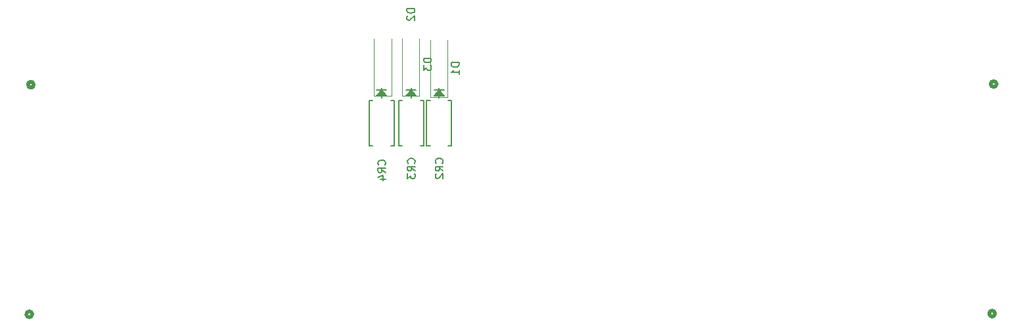
<source format=gbr>
%TF.GenerationSoftware,KiCad,Pcbnew,9.0.5*%
%TF.CreationDate,2025-10-30T21:43:39-07:00*%
%TF.ProjectId,Flyback_CCM_Converter,466c7962-6163-46b5-9f43-434d5f436f6e,rev?*%
%TF.SameCoordinates,Original*%
%TF.FileFunction,Legend,Bot*%
%TF.FilePolarity,Positive*%
%FSLAX46Y46*%
G04 Gerber Fmt 4.6, Leading zero omitted, Abs format (unit mm)*
G04 Created by KiCad (PCBNEW 9.0.5) date 2025-10-30 21:43:39*
%MOMM*%
%LPD*%
G01*
G04 APERTURE LIST*
%ADD10C,0.150000*%
%ADD11C,0.508000*%
%ADD12C,0.152400*%
%ADD13C,0.120000*%
G04 APERTURE END LIST*
D10*
X154419580Y-112006733D02*
X154467200Y-111959114D01*
X154467200Y-111959114D02*
X154514819Y-111816257D01*
X154514819Y-111816257D02*
X154514819Y-111721019D01*
X154514819Y-111721019D02*
X154467200Y-111578162D01*
X154467200Y-111578162D02*
X154371961Y-111482924D01*
X154371961Y-111482924D02*
X154276723Y-111435305D01*
X154276723Y-111435305D02*
X154086247Y-111387686D01*
X154086247Y-111387686D02*
X153943390Y-111387686D01*
X153943390Y-111387686D02*
X153752914Y-111435305D01*
X153752914Y-111435305D02*
X153657676Y-111482924D01*
X153657676Y-111482924D02*
X153562438Y-111578162D01*
X153562438Y-111578162D02*
X153514819Y-111721019D01*
X153514819Y-111721019D02*
X153514819Y-111816257D01*
X153514819Y-111816257D02*
X153562438Y-111959114D01*
X153562438Y-111959114D02*
X153610057Y-112006733D01*
X154514819Y-113006733D02*
X154038628Y-112673400D01*
X154514819Y-112435305D02*
X153514819Y-112435305D01*
X153514819Y-112435305D02*
X153514819Y-112816257D01*
X153514819Y-112816257D02*
X153562438Y-112911495D01*
X153562438Y-112911495D02*
X153610057Y-112959114D01*
X153610057Y-112959114D02*
X153705295Y-113006733D01*
X153705295Y-113006733D02*
X153848152Y-113006733D01*
X153848152Y-113006733D02*
X153943390Y-112959114D01*
X153943390Y-112959114D02*
X153991009Y-112911495D01*
X153991009Y-112911495D02*
X154038628Y-112816257D01*
X154038628Y-112816257D02*
X154038628Y-112435305D01*
X153514819Y-113340067D02*
X153514819Y-113959114D01*
X153514819Y-113959114D02*
X153895771Y-113625781D01*
X153895771Y-113625781D02*
X153895771Y-113768638D01*
X153895771Y-113768638D02*
X153943390Y-113863876D01*
X153943390Y-113863876D02*
X153991009Y-113911495D01*
X153991009Y-113911495D02*
X154086247Y-113959114D01*
X154086247Y-113959114D02*
X154324342Y-113959114D01*
X154324342Y-113959114D02*
X154419580Y-113911495D01*
X154419580Y-113911495D02*
X154467200Y-113863876D01*
X154467200Y-113863876D02*
X154514819Y-113768638D01*
X154514819Y-113768638D02*
X154514819Y-113482924D01*
X154514819Y-113482924D02*
X154467200Y-113387686D01*
X154467200Y-113387686D02*
X154419580Y-113340067D01*
X156594819Y-98465505D02*
X155594819Y-98465505D01*
X155594819Y-98465505D02*
X155594819Y-98703600D01*
X155594819Y-98703600D02*
X155642438Y-98846457D01*
X155642438Y-98846457D02*
X155737676Y-98941695D01*
X155737676Y-98941695D02*
X155832914Y-98989314D01*
X155832914Y-98989314D02*
X156023390Y-99036933D01*
X156023390Y-99036933D02*
X156166247Y-99036933D01*
X156166247Y-99036933D02*
X156356723Y-98989314D01*
X156356723Y-98989314D02*
X156451961Y-98941695D01*
X156451961Y-98941695D02*
X156547200Y-98846457D01*
X156547200Y-98846457D02*
X156594819Y-98703600D01*
X156594819Y-98703600D02*
X156594819Y-98465505D01*
X155594819Y-99370267D02*
X155594819Y-99989314D01*
X155594819Y-99989314D02*
X155975771Y-99655981D01*
X155975771Y-99655981D02*
X155975771Y-99798838D01*
X155975771Y-99798838D02*
X156023390Y-99894076D01*
X156023390Y-99894076D02*
X156071009Y-99941695D01*
X156071009Y-99941695D02*
X156166247Y-99989314D01*
X156166247Y-99989314D02*
X156404342Y-99989314D01*
X156404342Y-99989314D02*
X156499580Y-99941695D01*
X156499580Y-99941695D02*
X156547200Y-99894076D01*
X156547200Y-99894076D02*
X156594819Y-99798838D01*
X156594819Y-99798838D02*
X156594819Y-99513124D01*
X156594819Y-99513124D02*
X156547200Y-99417886D01*
X156547200Y-99417886D02*
X156499580Y-99370267D01*
X154454819Y-92061905D02*
X153454819Y-92061905D01*
X153454819Y-92061905D02*
X153454819Y-92300000D01*
X153454819Y-92300000D02*
X153502438Y-92442857D01*
X153502438Y-92442857D02*
X153597676Y-92538095D01*
X153597676Y-92538095D02*
X153692914Y-92585714D01*
X153692914Y-92585714D02*
X153883390Y-92633333D01*
X153883390Y-92633333D02*
X154026247Y-92633333D01*
X154026247Y-92633333D02*
X154216723Y-92585714D01*
X154216723Y-92585714D02*
X154311961Y-92538095D01*
X154311961Y-92538095D02*
X154407200Y-92442857D01*
X154407200Y-92442857D02*
X154454819Y-92300000D01*
X154454819Y-92300000D02*
X154454819Y-92061905D01*
X153550057Y-93014286D02*
X153502438Y-93061905D01*
X153502438Y-93061905D02*
X153454819Y-93157143D01*
X153454819Y-93157143D02*
X153454819Y-93395238D01*
X153454819Y-93395238D02*
X153502438Y-93490476D01*
X153502438Y-93490476D02*
X153550057Y-93538095D01*
X153550057Y-93538095D02*
X153645295Y-93585714D01*
X153645295Y-93585714D02*
X153740533Y-93585714D01*
X153740533Y-93585714D02*
X153883390Y-93538095D01*
X153883390Y-93538095D02*
X154454819Y-92966667D01*
X154454819Y-92966667D02*
X154454819Y-93585714D01*
X160157319Y-99031905D02*
X159157319Y-99031905D01*
X159157319Y-99031905D02*
X159157319Y-99270000D01*
X159157319Y-99270000D02*
X159204938Y-99412857D01*
X159204938Y-99412857D02*
X159300176Y-99508095D01*
X159300176Y-99508095D02*
X159395414Y-99555714D01*
X159395414Y-99555714D02*
X159585890Y-99603333D01*
X159585890Y-99603333D02*
X159728747Y-99603333D01*
X159728747Y-99603333D02*
X159919223Y-99555714D01*
X159919223Y-99555714D02*
X160014461Y-99508095D01*
X160014461Y-99508095D02*
X160109700Y-99412857D01*
X160109700Y-99412857D02*
X160157319Y-99270000D01*
X160157319Y-99270000D02*
X160157319Y-99031905D01*
X160157319Y-100555714D02*
X160157319Y-99984286D01*
X160157319Y-100270000D02*
X159157319Y-100270000D01*
X159157319Y-100270000D02*
X159300176Y-100174762D01*
X159300176Y-100174762D02*
X159395414Y-100079524D01*
X159395414Y-100079524D02*
X159443033Y-99984286D01*
X158019580Y-112006733D02*
X158067200Y-111959114D01*
X158067200Y-111959114D02*
X158114819Y-111816257D01*
X158114819Y-111816257D02*
X158114819Y-111721019D01*
X158114819Y-111721019D02*
X158067200Y-111578162D01*
X158067200Y-111578162D02*
X157971961Y-111482924D01*
X157971961Y-111482924D02*
X157876723Y-111435305D01*
X157876723Y-111435305D02*
X157686247Y-111387686D01*
X157686247Y-111387686D02*
X157543390Y-111387686D01*
X157543390Y-111387686D02*
X157352914Y-111435305D01*
X157352914Y-111435305D02*
X157257676Y-111482924D01*
X157257676Y-111482924D02*
X157162438Y-111578162D01*
X157162438Y-111578162D02*
X157114819Y-111721019D01*
X157114819Y-111721019D02*
X157114819Y-111816257D01*
X157114819Y-111816257D02*
X157162438Y-111959114D01*
X157162438Y-111959114D02*
X157210057Y-112006733D01*
X158114819Y-113006733D02*
X157638628Y-112673400D01*
X158114819Y-112435305D02*
X157114819Y-112435305D01*
X157114819Y-112435305D02*
X157114819Y-112816257D01*
X157114819Y-112816257D02*
X157162438Y-112911495D01*
X157162438Y-112911495D02*
X157210057Y-112959114D01*
X157210057Y-112959114D02*
X157305295Y-113006733D01*
X157305295Y-113006733D02*
X157448152Y-113006733D01*
X157448152Y-113006733D02*
X157543390Y-112959114D01*
X157543390Y-112959114D02*
X157591009Y-112911495D01*
X157591009Y-112911495D02*
X157638628Y-112816257D01*
X157638628Y-112816257D02*
X157638628Y-112435305D01*
X157210057Y-113387686D02*
X157162438Y-113435305D01*
X157162438Y-113435305D02*
X157114819Y-113530543D01*
X157114819Y-113530543D02*
X157114819Y-113768638D01*
X157114819Y-113768638D02*
X157162438Y-113863876D01*
X157162438Y-113863876D02*
X157210057Y-113911495D01*
X157210057Y-113911495D02*
X157305295Y-113959114D01*
X157305295Y-113959114D02*
X157400533Y-113959114D01*
X157400533Y-113959114D02*
X157543390Y-113911495D01*
X157543390Y-113911495D02*
X158114819Y-113340067D01*
X158114819Y-113340067D02*
X158114819Y-113959114D01*
X150619580Y-112206733D02*
X150667200Y-112159114D01*
X150667200Y-112159114D02*
X150714819Y-112016257D01*
X150714819Y-112016257D02*
X150714819Y-111921019D01*
X150714819Y-111921019D02*
X150667200Y-111778162D01*
X150667200Y-111778162D02*
X150571961Y-111682924D01*
X150571961Y-111682924D02*
X150476723Y-111635305D01*
X150476723Y-111635305D02*
X150286247Y-111587686D01*
X150286247Y-111587686D02*
X150143390Y-111587686D01*
X150143390Y-111587686D02*
X149952914Y-111635305D01*
X149952914Y-111635305D02*
X149857676Y-111682924D01*
X149857676Y-111682924D02*
X149762438Y-111778162D01*
X149762438Y-111778162D02*
X149714819Y-111921019D01*
X149714819Y-111921019D02*
X149714819Y-112016257D01*
X149714819Y-112016257D02*
X149762438Y-112159114D01*
X149762438Y-112159114D02*
X149810057Y-112206733D01*
X150714819Y-113206733D02*
X150238628Y-112873400D01*
X150714819Y-112635305D02*
X149714819Y-112635305D01*
X149714819Y-112635305D02*
X149714819Y-113016257D01*
X149714819Y-113016257D02*
X149762438Y-113111495D01*
X149762438Y-113111495D02*
X149810057Y-113159114D01*
X149810057Y-113159114D02*
X149905295Y-113206733D01*
X149905295Y-113206733D02*
X150048152Y-113206733D01*
X150048152Y-113206733D02*
X150143390Y-113159114D01*
X150143390Y-113159114D02*
X150191009Y-113111495D01*
X150191009Y-113111495D02*
X150238628Y-113016257D01*
X150238628Y-113016257D02*
X150238628Y-112635305D01*
X150048152Y-114063876D02*
X150714819Y-114063876D01*
X149667200Y-113825781D02*
X150381485Y-113587686D01*
X150381485Y-113587686D02*
X150381485Y-114206733D01*
D11*
%TO.C,J4*%
X229238400Y-131400000D02*
G75*
G02*
X228476400Y-131400000I-381000J0D01*
G01*
X228476400Y-131400000D02*
G75*
G02*
X229238400Y-131400000I381000J0D01*
G01*
%TO.C,+5V1*%
X229438400Y-101800000D02*
G75*
G02*
X228676400Y-101800000I-381000J0D01*
G01*
X228676400Y-101800000D02*
G75*
G02*
X229438400Y-101800000I381000J0D01*
G01*
%TO.C,+12*%
X105367500Y-101885700D02*
G75*
G02*
X104605500Y-101885700I-381000J0D01*
G01*
X104605500Y-101885700D02*
G75*
G02*
X105367500Y-101885700I381000J0D01*
G01*
%TO.C,J3*%
X105167500Y-131485700D02*
G75*
G02*
X104405500Y-131485700I-381000J0D01*
G01*
X104405500Y-131485700D02*
G75*
G02*
X105167500Y-131485700I381000J0D01*
G01*
D12*
%TO.C,CR3*%
X152399800Y-103933200D02*
X152841760Y-103933200D01*
X152399800Y-109775200D02*
X152399800Y-103933200D01*
X152841760Y-109775200D02*
X152399800Y-109775200D01*
X153365000Y-102536200D02*
X154635000Y-102536200D01*
X153365000Y-103298200D02*
X154635000Y-103298200D01*
X154000000Y-102536200D02*
X153365000Y-103298200D01*
X154000000Y-102536200D02*
X153492000Y-103298200D01*
X154000000Y-102536200D02*
X153619000Y-103298200D01*
X154000000Y-102536200D02*
X153746000Y-103298200D01*
X154000000Y-102536200D02*
X153873000Y-103298200D01*
X154000000Y-102536200D02*
X154127000Y-103298200D01*
X154000000Y-102536200D02*
X154254000Y-103298200D01*
X154000000Y-102536200D02*
X154381000Y-103298200D01*
X154000000Y-102536200D02*
X154508000Y-103298200D01*
X154000000Y-102536200D02*
X154635000Y-103298200D01*
X154000000Y-103552200D02*
X154000000Y-102282200D01*
X155158240Y-103933200D02*
X155600200Y-103933200D01*
X155600200Y-103933200D02*
X155600200Y-109775200D01*
X155600200Y-109775200D02*
X155158240Y-109775200D01*
D13*
%TO.C,D3*%
X149230000Y-103336600D02*
X149230000Y-95926600D01*
X151450000Y-95926600D02*
X151450000Y-103336600D01*
X151450000Y-103336600D02*
X149230000Y-103336600D01*
%TO.C,D2*%
X152830000Y-103336600D02*
X152830000Y-95926600D01*
X155050000Y-95926600D02*
X155050000Y-103336600D01*
X155050000Y-103336600D02*
X152830000Y-103336600D01*
%TO.C,D1*%
X156430000Y-103505000D02*
X156430000Y-96095000D01*
X158650000Y-96095000D02*
X158650000Y-103505000D01*
X158650000Y-103505000D02*
X156430000Y-103505000D01*
D12*
%TO.C,CR2*%
X155999800Y-103933200D02*
X156441760Y-103933200D01*
X155999800Y-109775200D02*
X155999800Y-103933200D01*
X156441760Y-109775200D02*
X155999800Y-109775200D01*
X156965000Y-102536200D02*
X158235000Y-102536200D01*
X156965000Y-103298200D02*
X158235000Y-103298200D01*
X157600000Y-102536200D02*
X156965000Y-103298200D01*
X157600000Y-102536200D02*
X157092000Y-103298200D01*
X157600000Y-102536200D02*
X157219000Y-103298200D01*
X157600000Y-102536200D02*
X157346000Y-103298200D01*
X157600000Y-102536200D02*
X157473000Y-103298200D01*
X157600000Y-102536200D02*
X157727000Y-103298200D01*
X157600000Y-102536200D02*
X157854000Y-103298200D01*
X157600000Y-102536200D02*
X157981000Y-103298200D01*
X157600000Y-102536200D02*
X158108000Y-103298200D01*
X157600000Y-102536200D02*
X158235000Y-103298200D01*
X157600000Y-103552200D02*
X157600000Y-102282200D01*
X158758240Y-103933200D02*
X159200200Y-103933200D01*
X159200200Y-103933200D02*
X159200200Y-109775200D01*
X159200200Y-109775200D02*
X158758240Y-109775200D01*
%TO.C,CR4*%
X148599800Y-103933200D02*
X149041760Y-103933200D01*
X148599800Y-109775200D02*
X148599800Y-103933200D01*
X149041760Y-109775200D02*
X148599800Y-109775200D01*
X149565000Y-102536200D02*
X150835000Y-102536200D01*
X149565000Y-103298200D02*
X150835000Y-103298200D01*
X150200000Y-102536200D02*
X149565000Y-103298200D01*
X150200000Y-102536200D02*
X149692000Y-103298200D01*
X150200000Y-102536200D02*
X149819000Y-103298200D01*
X150200000Y-102536200D02*
X149946000Y-103298200D01*
X150200000Y-102536200D02*
X150073000Y-103298200D01*
X150200000Y-102536200D02*
X150327000Y-103298200D01*
X150200000Y-102536200D02*
X150454000Y-103298200D01*
X150200000Y-102536200D02*
X150581000Y-103298200D01*
X150200000Y-102536200D02*
X150708000Y-103298200D01*
X150200000Y-102536200D02*
X150835000Y-103298200D01*
X150200000Y-103552200D02*
X150200000Y-102282200D01*
X151358240Y-103933200D02*
X151800200Y-103933200D01*
X151800200Y-103933200D02*
X151800200Y-109775200D01*
X151800200Y-109775200D02*
X151358240Y-109775200D01*
%TD*%
M02*

</source>
